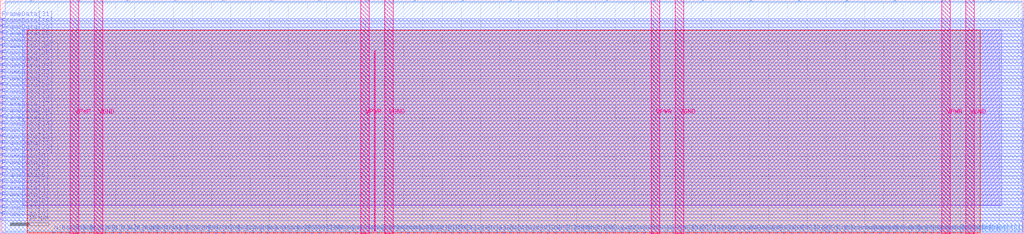
<source format=lef>
VERSION 5.7 ;
  NOWIREEXTENSIONATPIN ON ;
  DIVIDERCHAR "/" ;
  BUSBITCHARS "[]" ;
MACRO N_term_single2
  CLASS BLOCK ;
  FOREIGN N_term_single2 ;
  ORIGIN 0.000 0.000 ;
  SIZE 266.400 BY 60.900 ;
  PIN FrameData[0]
    DIRECTION INPUT ;
    USE SIGNAL ;
    ANTENNAGATEAREA 0.180700 ;
    PORT
      LAYER Metal2 ;
        RECT 0.000 3.580 0.450 3.980 ;
    END
  END FrameData[0]
  PIN FrameData[10]
    DIRECTION INPUT ;
    USE SIGNAL ;
    ANTENNAGATEAREA 1.397500 ;
    ANTENNADIFFAREA 4.030800 ;
    PORT
      LAYER Metal2 ;
        RECT 0.000 20.380 0.450 20.780 ;
    END
  END FrameData[10]
  PIN FrameData[11]
    DIRECTION INPUT ;
    USE SIGNAL ;
    ANTENNAGATEAREA 0.180700 ;
    PORT
      LAYER Metal2 ;
        RECT 0.000 22.060 0.450 22.460 ;
    END
  END FrameData[11]
  PIN FrameData[12]
    DIRECTION INPUT ;
    USE SIGNAL ;
    ANTENNAGATEAREA 0.180700 ;
    PORT
      LAYER Metal2 ;
        RECT 0.000 23.740 0.450 24.140 ;
    END
  END FrameData[12]
  PIN FrameData[13]
    DIRECTION INPUT ;
    USE SIGNAL ;
    ANTENNAGATEAREA 0.180700 ;
    PORT
      LAYER Metal2 ;
        RECT 0.000 25.420 0.450 25.820 ;
    END
  END FrameData[13]
  PIN FrameData[14]
    DIRECTION INPUT ;
    USE SIGNAL ;
    ANTENNAGATEAREA 0.180700 ;
    PORT
      LAYER Metal2 ;
        RECT 0.000 27.100 0.450 27.500 ;
    END
  END FrameData[14]
  PIN FrameData[15]
    DIRECTION INPUT ;
    USE SIGNAL ;
    ANTENNAGATEAREA 0.180700 ;
    PORT
      LAYER Metal2 ;
        RECT 0.000 28.780 0.450 29.180 ;
    END
  END FrameData[15]
  PIN FrameData[16]
    DIRECTION INPUT ;
    USE SIGNAL ;
    ANTENNAGATEAREA 0.180700 ;
    PORT
      LAYER Metal2 ;
        RECT 0.000 30.460 0.450 30.860 ;
    END
  END FrameData[16]
  PIN FrameData[17]
    DIRECTION INPUT ;
    USE SIGNAL ;
    ANTENNAGATEAREA 0.180700 ;
    PORT
      LAYER Metal2 ;
        RECT 0.000 32.140 0.450 32.540 ;
    END
  END FrameData[17]
  PIN FrameData[18]
    DIRECTION INPUT ;
    USE SIGNAL ;
    ANTENNAGATEAREA 0.180700 ;
    PORT
      LAYER Metal2 ;
        RECT 0.000 33.820 0.450 34.220 ;
    END
  END FrameData[18]
  PIN FrameData[19]
    DIRECTION INPUT ;
    USE SIGNAL ;
    ANTENNAGATEAREA 0.180700 ;
    PORT
      LAYER Metal2 ;
        RECT 0.000 35.500 0.450 35.900 ;
    END
  END FrameData[19]
  PIN FrameData[1]
    DIRECTION INPUT ;
    USE SIGNAL ;
    ANTENNAGATEAREA 0.180700 ;
    PORT
      LAYER Metal2 ;
        RECT 0.000 5.260 0.450 5.660 ;
    END
  END FrameData[1]
  PIN FrameData[20]
    DIRECTION INPUT ;
    USE SIGNAL ;
    ANTENNAGATEAREA 0.180700 ;
    PORT
      LAYER Metal2 ;
        RECT 0.000 37.180 0.450 37.580 ;
    END
  END FrameData[20]
  PIN FrameData[21]
    DIRECTION INPUT ;
    USE SIGNAL ;
    ANTENNAGATEAREA 0.180700 ;
    PORT
      LAYER Metal2 ;
        RECT 0.000 38.860 0.450 39.260 ;
    END
  END FrameData[21]
  PIN FrameData[22]
    DIRECTION INPUT ;
    USE SIGNAL ;
    ANTENNAGATEAREA 0.180700 ;
    PORT
      LAYER Metal2 ;
        RECT 0.000 40.540 0.450 40.940 ;
    END
  END FrameData[22]
  PIN FrameData[23]
    DIRECTION INPUT ;
    USE SIGNAL ;
    ANTENNAGATEAREA 0.180700 ;
    PORT
      LAYER Metal2 ;
        RECT 0.000 42.220 0.450 42.620 ;
    END
  END FrameData[23]
  PIN FrameData[24]
    DIRECTION INPUT ;
    USE SIGNAL ;
    ANTENNAGATEAREA 0.180700 ;
    PORT
      LAYER Metal2 ;
        RECT 0.000 43.900 0.450 44.300 ;
    END
  END FrameData[24]
  PIN FrameData[25]
    DIRECTION INPUT ;
    USE SIGNAL ;
    ANTENNAGATEAREA 0.180700 ;
    PORT
      LAYER Metal2 ;
        RECT 0.000 45.580 0.450 45.980 ;
    END
  END FrameData[25]
  PIN FrameData[26]
    DIRECTION INPUT ;
    USE SIGNAL ;
    ANTENNAGATEAREA 0.180700 ;
    PORT
      LAYER Metal2 ;
        RECT 0.000 47.260 0.450 47.660 ;
    END
  END FrameData[26]
  PIN FrameData[27]
    DIRECTION INPUT ;
    USE SIGNAL ;
    ANTENNAGATEAREA 0.180700 ;
    PORT
      LAYER Metal2 ;
        RECT 0.000 48.940 0.450 49.340 ;
    END
  END FrameData[27]
  PIN FrameData[28]
    DIRECTION INPUT ;
    USE SIGNAL ;
    ANTENNAGATEAREA 0.180700 ;
    PORT
      LAYER Metal2 ;
        RECT 0.000 50.620 0.450 51.020 ;
    END
  END FrameData[28]
  PIN FrameData[29]
    DIRECTION INPUT ;
    USE SIGNAL ;
    ANTENNAGATEAREA 0.180700 ;
    PORT
      LAYER Metal2 ;
        RECT 0.000 52.300 0.450 52.700 ;
    END
  END FrameData[29]
  PIN FrameData[2]
    DIRECTION INPUT ;
    USE SIGNAL ;
    ANTENNAGATEAREA 0.180700 ;
    PORT
      LAYER Metal2 ;
        RECT 0.000 6.940 0.450 7.340 ;
    END
  END FrameData[2]
  PIN FrameData[30]
    DIRECTION INPUT ;
    USE SIGNAL ;
    ANTENNAGATEAREA 0.180700 ;
    PORT
      LAYER Metal2 ;
        RECT 0.000 53.980 0.450 54.380 ;
    END
  END FrameData[30]
  PIN FrameData[31]
    DIRECTION INPUT ;
    USE SIGNAL ;
    ANTENNAGATEAREA 0.180700 ;
    PORT
      LAYER Metal2 ;
        RECT 0.000 55.660 0.450 56.060 ;
    END
  END FrameData[31]
  PIN FrameData[3]
    DIRECTION INPUT ;
    USE SIGNAL ;
    ANTENNAGATEAREA 0.180700 ;
    PORT
      LAYER Metal2 ;
        RECT 0.000 8.620 0.450 9.020 ;
    END
  END FrameData[3]
  PIN FrameData[4]
    DIRECTION INPUT ;
    USE SIGNAL ;
    ANTENNAGATEAREA 0.180700 ;
    PORT
      LAYER Metal2 ;
        RECT 0.000 10.300 0.450 10.700 ;
    END
  END FrameData[4]
  PIN FrameData[5]
    DIRECTION INPUT ;
    USE SIGNAL ;
    ANTENNAGATEAREA 6.264700 ;
    ANTENNADIFFAREA 20.153999 ;
    PORT
      LAYER Metal2 ;
        RECT 0.000 11.980 0.450 12.380 ;
    END
  END FrameData[5]
  PIN FrameData[6]
    DIRECTION INPUT ;
    USE SIGNAL ;
    ANTENNAGATEAREA 6.264700 ;
    ANTENNADIFFAREA 20.153999 ;
    PORT
      LAYER Metal2 ;
        RECT 0.000 13.660 0.450 14.060 ;
    END
  END FrameData[6]
  PIN FrameData[7]
    DIRECTION INPUT ;
    USE SIGNAL ;
    ANTENNAGATEAREA 6.264700 ;
    ANTENNADIFFAREA 20.153999 ;
    PORT
      LAYER Metal2 ;
        RECT 0.000 15.340 0.450 15.740 ;
    END
  END FrameData[7]
  PIN FrameData[8]
    DIRECTION INPUT ;
    USE SIGNAL ;
    ANTENNAGATEAREA 0.180700 ;
    PORT
      LAYER Metal2 ;
        RECT 0.000 17.020 0.450 17.420 ;
    END
  END FrameData[8]
  PIN FrameData[9]
    DIRECTION INPUT ;
    USE SIGNAL ;
    ANTENNAGATEAREA 0.180700 ;
    PORT
      LAYER Metal2 ;
        RECT 0.000 18.700 0.450 19.100 ;
    END
  END FrameData[9]
  PIN FrameData_O[0]
    DIRECTION OUTPUT ;
    USE SIGNAL ;
    ANTENNADIFFAREA 0.654800 ;
    PORT
      LAYER Metal2 ;
        RECT 265.950 3.580 266.400 3.980 ;
    END
  END FrameData_O[0]
  PIN FrameData_O[10]
    DIRECTION OUTPUT ;
    USE SIGNAL ;
    ANTENNADIFFAREA 0.654800 ;
    PORT
      LAYER Metal2 ;
        RECT 265.950 20.380 266.400 20.780 ;
    END
  END FrameData_O[10]
  PIN FrameData_O[11]
    DIRECTION OUTPUT ;
    USE SIGNAL ;
    ANTENNADIFFAREA 0.654800 ;
    PORT
      LAYER Metal2 ;
        RECT 265.950 22.060 266.400 22.460 ;
    END
  END FrameData_O[11]
  PIN FrameData_O[12]
    DIRECTION OUTPUT ;
    USE SIGNAL ;
    ANTENNADIFFAREA 0.654800 ;
    PORT
      LAYER Metal2 ;
        RECT 265.950 23.740 266.400 24.140 ;
    END
  END FrameData_O[12]
  PIN FrameData_O[13]
    DIRECTION OUTPUT ;
    USE SIGNAL ;
    ANTENNADIFFAREA 0.654800 ;
    PORT
      LAYER Metal2 ;
        RECT 265.950 25.420 266.400 25.820 ;
    END
  END FrameData_O[13]
  PIN FrameData_O[14]
    DIRECTION OUTPUT ;
    USE SIGNAL ;
    ANTENNADIFFAREA 0.654800 ;
    PORT
      LAYER Metal2 ;
        RECT 265.950 27.100 266.400 27.500 ;
    END
  END FrameData_O[14]
  PIN FrameData_O[15]
    DIRECTION OUTPUT ;
    USE SIGNAL ;
    ANTENNADIFFAREA 0.654800 ;
    PORT
      LAYER Metal2 ;
        RECT 265.950 28.780 266.400 29.180 ;
    END
  END FrameData_O[15]
  PIN FrameData_O[16]
    DIRECTION OUTPUT ;
    USE SIGNAL ;
    ANTENNADIFFAREA 0.654800 ;
    PORT
      LAYER Metal2 ;
        RECT 265.950 30.460 266.400 30.860 ;
    END
  END FrameData_O[16]
  PIN FrameData_O[17]
    DIRECTION OUTPUT ;
    USE SIGNAL ;
    ANTENNADIFFAREA 0.654800 ;
    PORT
      LAYER Metal2 ;
        RECT 265.950 32.140 266.400 32.540 ;
    END
  END FrameData_O[17]
  PIN FrameData_O[18]
    DIRECTION OUTPUT ;
    USE SIGNAL ;
    ANTENNADIFFAREA 0.654800 ;
    PORT
      LAYER Metal2 ;
        RECT 265.950 33.820 266.400 34.220 ;
    END
  END FrameData_O[18]
  PIN FrameData_O[19]
    DIRECTION OUTPUT ;
    USE SIGNAL ;
    ANTENNADIFFAREA 0.654800 ;
    PORT
      LAYER Metal2 ;
        RECT 265.950 35.500 266.400 35.900 ;
    END
  END FrameData_O[19]
  PIN FrameData_O[1]
    DIRECTION OUTPUT ;
    USE SIGNAL ;
    ANTENNADIFFAREA 0.654800 ;
    PORT
      LAYER Metal2 ;
        RECT 265.950 5.260 266.400 5.660 ;
    END
  END FrameData_O[1]
  PIN FrameData_O[20]
    DIRECTION OUTPUT ;
    USE SIGNAL ;
    ANTENNADIFFAREA 0.654800 ;
    PORT
      LAYER Metal2 ;
        RECT 265.950 37.180 266.400 37.580 ;
    END
  END FrameData_O[20]
  PIN FrameData_O[21]
    DIRECTION OUTPUT ;
    USE SIGNAL ;
    ANTENNADIFFAREA 0.654800 ;
    PORT
      LAYER Metal2 ;
        RECT 265.950 38.860 266.400 39.260 ;
    END
  END FrameData_O[21]
  PIN FrameData_O[22]
    DIRECTION OUTPUT ;
    USE SIGNAL ;
    ANTENNADIFFAREA 0.654800 ;
    PORT
      LAYER Metal2 ;
        RECT 265.950 40.540 266.400 40.940 ;
    END
  END FrameData_O[22]
  PIN FrameData_O[23]
    DIRECTION OUTPUT ;
    USE SIGNAL ;
    ANTENNADIFFAREA 0.654800 ;
    PORT
      LAYER Metal2 ;
        RECT 265.950 42.220 266.400 42.620 ;
    END
  END FrameData_O[23]
  PIN FrameData_O[24]
    DIRECTION OUTPUT ;
    USE SIGNAL ;
    ANTENNADIFFAREA 0.654800 ;
    PORT
      LAYER Metal2 ;
        RECT 265.950 43.900 266.400 44.300 ;
    END
  END FrameData_O[24]
  PIN FrameData_O[25]
    DIRECTION OUTPUT ;
    USE SIGNAL ;
    ANTENNADIFFAREA 0.654800 ;
    PORT
      LAYER Metal2 ;
        RECT 265.950 45.580 266.400 45.980 ;
    END
  END FrameData_O[25]
  PIN FrameData_O[26]
    DIRECTION OUTPUT ;
    USE SIGNAL ;
    ANTENNADIFFAREA 0.654800 ;
    PORT
      LAYER Metal2 ;
        RECT 265.950 47.260 266.400 47.660 ;
    END
  END FrameData_O[26]
  PIN FrameData_O[27]
    DIRECTION OUTPUT ;
    USE SIGNAL ;
    ANTENNADIFFAREA 0.654800 ;
    PORT
      LAYER Metal2 ;
        RECT 265.950 48.940 266.400 49.340 ;
    END
  END FrameData_O[27]
  PIN FrameData_O[28]
    DIRECTION OUTPUT ;
    USE SIGNAL ;
    ANTENNADIFFAREA 0.654800 ;
    PORT
      LAYER Metal2 ;
        RECT 265.950 50.620 266.400 51.020 ;
    END
  END FrameData_O[28]
  PIN FrameData_O[29]
    DIRECTION OUTPUT ;
    USE SIGNAL ;
    ANTENNADIFFAREA 0.654800 ;
    PORT
      LAYER Metal2 ;
        RECT 265.950 52.300 266.400 52.700 ;
    END
  END FrameData_O[29]
  PIN FrameData_O[2]
    DIRECTION OUTPUT ;
    USE SIGNAL ;
    ANTENNADIFFAREA 0.654800 ;
    PORT
      LAYER Metal2 ;
        RECT 265.950 6.940 266.400 7.340 ;
    END
  END FrameData_O[2]
  PIN FrameData_O[30]
    DIRECTION OUTPUT ;
    USE SIGNAL ;
    ANTENNADIFFAREA 0.654800 ;
    PORT
      LAYER Metal2 ;
        RECT 265.950 53.980 266.400 54.380 ;
    END
  END FrameData_O[30]
  PIN FrameData_O[31]
    DIRECTION OUTPUT ;
    USE SIGNAL ;
    ANTENNADIFFAREA 0.654800 ;
    PORT
      LAYER Metal2 ;
        RECT 265.950 55.660 266.400 56.060 ;
    END
  END FrameData_O[31]
  PIN FrameData_O[3]
    DIRECTION OUTPUT ;
    USE SIGNAL ;
    ANTENNADIFFAREA 0.654800 ;
    PORT
      LAYER Metal2 ;
        RECT 265.950 8.620 266.400 9.020 ;
    END
  END FrameData_O[3]
  PIN FrameData_O[4]
    DIRECTION OUTPUT ;
    USE SIGNAL ;
    ANTENNADIFFAREA 0.654800 ;
    PORT
      LAYER Metal2 ;
        RECT 265.950 10.300 266.400 10.700 ;
    END
  END FrameData_O[4]
  PIN FrameData_O[5]
    DIRECTION OUTPUT ;
    USE SIGNAL ;
    ANTENNADIFFAREA 0.654800 ;
    PORT
      LAYER Metal2 ;
        RECT 265.950 11.980 266.400 12.380 ;
    END
  END FrameData_O[5]
  PIN FrameData_O[6]
    DIRECTION OUTPUT ;
    USE SIGNAL ;
    ANTENNADIFFAREA 0.654800 ;
    PORT
      LAYER Metal2 ;
        RECT 265.950 13.660 266.400 14.060 ;
    END
  END FrameData_O[6]
  PIN FrameData_O[7]
    DIRECTION OUTPUT ;
    USE SIGNAL ;
    ANTENNADIFFAREA 0.654800 ;
    PORT
      LAYER Metal2 ;
        RECT 265.950 15.340 266.400 15.740 ;
    END
  END FrameData_O[7]
  PIN FrameData_O[8]
    DIRECTION OUTPUT ;
    USE SIGNAL ;
    ANTENNADIFFAREA 0.654800 ;
    PORT
      LAYER Metal2 ;
        RECT 265.950 17.020 266.400 17.420 ;
    END
  END FrameData_O[8]
  PIN FrameData_O[9]
    DIRECTION OUTPUT ;
    USE SIGNAL ;
    ANTENNADIFFAREA 0.654800 ;
    PORT
      LAYER Metal2 ;
        RECT 265.950 18.700 266.400 19.100 ;
    END
  END FrameData_O[9]
  PIN FrameStrobe[0]
    DIRECTION INPUT ;
    USE SIGNAL ;
    ANTENNAGATEAREA 0.180700 ;
    PORT
      LAYER Metal3 ;
        RECT 215.320 0.000 215.720 0.400 ;
    END
  END FrameStrobe[0]
  PIN FrameStrobe[10]
    DIRECTION INPUT ;
    USE SIGNAL ;
    ANTENNAGATEAREA 0.180700 ;
    PORT
      LAYER Metal3 ;
        RECT 234.520 0.000 234.920 0.400 ;
    END
  END FrameStrobe[10]
  PIN FrameStrobe[11]
    DIRECTION INPUT ;
    USE SIGNAL ;
    ANTENNAGATEAREA 0.180700 ;
    PORT
      LAYER Metal3 ;
        RECT 236.440 0.000 236.840 0.400 ;
    END
  END FrameStrobe[11]
  PIN FrameStrobe[12]
    DIRECTION INPUT ;
    USE SIGNAL ;
    ANTENNAGATEAREA 0.180700 ;
    PORT
      LAYER Metal3 ;
        RECT 238.360 0.000 238.760 0.400 ;
    END
  END FrameStrobe[12]
  PIN FrameStrobe[13]
    DIRECTION INPUT ;
    USE SIGNAL ;
    ANTENNAGATEAREA 0.180700 ;
    PORT
      LAYER Metal3 ;
        RECT 240.280 0.000 240.680 0.400 ;
    END
  END FrameStrobe[13]
  PIN FrameStrobe[14]
    DIRECTION INPUT ;
    USE SIGNAL ;
    ANTENNAGATEAREA 0.180700 ;
    PORT
      LAYER Metal3 ;
        RECT 242.200 0.000 242.600 0.400 ;
    END
  END FrameStrobe[14]
  PIN FrameStrobe[15]
    DIRECTION INPUT ;
    USE SIGNAL ;
    ANTENNAGATEAREA 0.180700 ;
    PORT
      LAYER Metal3 ;
        RECT 244.120 0.000 244.520 0.400 ;
    END
  END FrameStrobe[15]
  PIN FrameStrobe[16]
    DIRECTION INPUT ;
    USE SIGNAL ;
    ANTENNAGATEAREA 0.180700 ;
    PORT
      LAYER Metal3 ;
        RECT 246.040 0.000 246.440 0.400 ;
    END
  END FrameStrobe[16]
  PIN FrameStrobe[17]
    DIRECTION INPUT ;
    USE SIGNAL ;
    ANTENNAGATEAREA 0.180700 ;
    PORT
      LAYER Metal3 ;
        RECT 247.960 0.000 248.360 0.400 ;
    END
  END FrameStrobe[17]
  PIN FrameStrobe[18]
    DIRECTION INPUT ;
    USE SIGNAL ;
    ANTENNAGATEAREA 0.180700 ;
    PORT
      LAYER Metal3 ;
        RECT 249.880 0.000 250.280 0.400 ;
    END
  END FrameStrobe[18]
  PIN FrameStrobe[19]
    DIRECTION INPUT ;
    USE SIGNAL ;
    ANTENNAGATEAREA 0.180700 ;
    PORT
      LAYER Metal3 ;
        RECT 251.800 0.000 252.200 0.400 ;
    END
  END FrameStrobe[19]
  PIN FrameStrobe[1]
    DIRECTION INPUT ;
    USE SIGNAL ;
    ANTENNAGATEAREA 0.180700 ;
    PORT
      LAYER Metal3 ;
        RECT 217.240 0.000 217.640 0.400 ;
    END
  END FrameStrobe[1]
  PIN FrameStrobe[2]
    DIRECTION INPUT ;
    USE SIGNAL ;
    ANTENNAGATEAREA 0.180700 ;
    PORT
      LAYER Metal3 ;
        RECT 219.160 0.000 219.560 0.400 ;
    END
  END FrameStrobe[2]
  PIN FrameStrobe[3]
    DIRECTION INPUT ;
    USE SIGNAL ;
    ANTENNAGATEAREA 0.789100 ;
    ANTENNADIFFAREA 2.015400 ;
    PORT
      LAYER Metal3 ;
        RECT 221.080 0.000 221.480 0.400 ;
    END
  END FrameStrobe[3]
  PIN FrameStrobe[4]
    DIRECTION INPUT ;
    USE SIGNAL ;
    ANTENNAGATEAREA 0.789100 ;
    ANTENNADIFFAREA 2.015400 ;
    PORT
      LAYER Metal3 ;
        RECT 223.000 0.000 223.400 0.400 ;
    END
  END FrameStrobe[4]
  PIN FrameStrobe[5]
    DIRECTION INPUT ;
    USE SIGNAL ;
    ANTENNAGATEAREA 0.180700 ;
    PORT
      LAYER Metal3 ;
        RECT 224.920 0.000 225.320 0.400 ;
    END
  END FrameStrobe[5]
  PIN FrameStrobe[6]
    DIRECTION INPUT ;
    USE SIGNAL ;
    ANTENNAGATEAREA 0.180700 ;
    PORT
      LAYER Metal3 ;
        RECT 226.840 0.000 227.240 0.400 ;
    END
  END FrameStrobe[6]
  PIN FrameStrobe[7]
    DIRECTION INPUT ;
    USE SIGNAL ;
    ANTENNAGATEAREA 0.180700 ;
    PORT
      LAYER Metal3 ;
        RECT 228.760 0.000 229.160 0.400 ;
    END
  END FrameStrobe[7]
  PIN FrameStrobe[8]
    DIRECTION INPUT ;
    USE SIGNAL ;
    ANTENNAGATEAREA 0.180700 ;
    PORT
      LAYER Metal3 ;
        RECT 230.680 0.000 231.080 0.400 ;
    END
  END FrameStrobe[8]
  PIN FrameStrobe[9]
    DIRECTION INPUT ;
    USE SIGNAL ;
    ANTENNAGATEAREA 0.180700 ;
    PORT
      LAYER Metal3 ;
        RECT 232.600 0.000 233.000 0.400 ;
    END
  END FrameStrobe[9]
  PIN FrameStrobe_O[0]
    DIRECTION OUTPUT ;
    USE SIGNAL ;
    ANTENNADIFFAREA 0.654800 ;
    PORT
      LAYER Metal3 ;
        RECT 20.440 60.500 20.840 60.900 ;
    END
  END FrameStrobe_O[0]
  PIN FrameStrobe_O[10]
    DIRECTION OUTPUT ;
    USE SIGNAL ;
    ANTENNADIFFAREA 0.654800 ;
    PORT
      LAYER Metal3 ;
        RECT 145.240 60.500 145.640 60.900 ;
    END
  END FrameStrobe_O[10]
  PIN FrameStrobe_O[11]
    DIRECTION OUTPUT ;
    USE SIGNAL ;
    ANTENNADIFFAREA 0.654800 ;
    PORT
      LAYER Metal3 ;
        RECT 157.720 60.500 158.120 60.900 ;
    END
  END FrameStrobe_O[11]
  PIN FrameStrobe_O[12]
    DIRECTION OUTPUT ;
    USE SIGNAL ;
    ANTENNADIFFAREA 0.654800 ;
    PORT
      LAYER Metal3 ;
        RECT 170.200 60.500 170.600 60.900 ;
    END
  END FrameStrobe_O[12]
  PIN FrameStrobe_O[13]
    DIRECTION OUTPUT ;
    USE SIGNAL ;
    ANTENNADIFFAREA 0.654800 ;
    PORT
      LAYER Metal3 ;
        RECT 182.680 60.500 183.080 60.900 ;
    END
  END FrameStrobe_O[13]
  PIN FrameStrobe_O[14]
    DIRECTION OUTPUT ;
    USE SIGNAL ;
    ANTENNADIFFAREA 0.654800 ;
    PORT
      LAYER Metal3 ;
        RECT 195.160 60.500 195.560 60.900 ;
    END
  END FrameStrobe_O[14]
  PIN FrameStrobe_O[15]
    DIRECTION OUTPUT ;
    USE SIGNAL ;
    ANTENNADIFFAREA 0.654800 ;
    PORT
      LAYER Metal3 ;
        RECT 207.640 60.500 208.040 60.900 ;
    END
  END FrameStrobe_O[15]
  PIN FrameStrobe_O[16]
    DIRECTION OUTPUT ;
    USE SIGNAL ;
    ANTENNADIFFAREA 0.654800 ;
    PORT
      LAYER Metal3 ;
        RECT 220.120 60.500 220.520 60.900 ;
    END
  END FrameStrobe_O[16]
  PIN FrameStrobe_O[17]
    DIRECTION OUTPUT ;
    USE SIGNAL ;
    ANTENNADIFFAREA 0.654800 ;
    PORT
      LAYER Metal3 ;
        RECT 232.600 60.500 233.000 60.900 ;
    END
  END FrameStrobe_O[17]
  PIN FrameStrobe_O[18]
    DIRECTION OUTPUT ;
    USE SIGNAL ;
    ANTENNADIFFAREA 0.654800 ;
    PORT
      LAYER Metal3 ;
        RECT 245.080 60.500 245.480 60.900 ;
    END
  END FrameStrobe_O[18]
  PIN FrameStrobe_O[19]
    DIRECTION OUTPUT ;
    USE SIGNAL ;
    ANTENNADIFFAREA 0.654800 ;
    PORT
      LAYER Metal3 ;
        RECT 257.560 60.500 257.960 60.900 ;
    END
  END FrameStrobe_O[19]
  PIN FrameStrobe_O[1]
    DIRECTION OUTPUT ;
    USE SIGNAL ;
    ANTENNADIFFAREA 0.654800 ;
    PORT
      LAYER Metal3 ;
        RECT 32.920 60.500 33.320 60.900 ;
    END
  END FrameStrobe_O[1]
  PIN FrameStrobe_O[2]
    DIRECTION OUTPUT ;
    USE SIGNAL ;
    ANTENNADIFFAREA 0.654800 ;
    PORT
      LAYER Metal3 ;
        RECT 45.400 60.500 45.800 60.900 ;
    END
  END FrameStrobe_O[2]
  PIN FrameStrobe_O[3]
    DIRECTION OUTPUT ;
    USE SIGNAL ;
    ANTENNADIFFAREA 0.654800 ;
    PORT
      LAYER Metal3 ;
        RECT 57.880 60.500 58.280 60.900 ;
    END
  END FrameStrobe_O[3]
  PIN FrameStrobe_O[4]
    DIRECTION OUTPUT ;
    USE SIGNAL ;
    ANTENNADIFFAREA 0.654800 ;
    PORT
      LAYER Metal3 ;
        RECT 70.360 60.500 70.760 60.900 ;
    END
  END FrameStrobe_O[4]
  PIN FrameStrobe_O[5]
    DIRECTION OUTPUT ;
    USE SIGNAL ;
    ANTENNADIFFAREA 0.654800 ;
    PORT
      LAYER Metal3 ;
        RECT 82.840 60.500 83.240 60.900 ;
    END
  END FrameStrobe_O[5]
  PIN FrameStrobe_O[6]
    DIRECTION OUTPUT ;
    USE SIGNAL ;
    ANTENNADIFFAREA 0.654800 ;
    PORT
      LAYER Metal3 ;
        RECT 95.320 60.500 95.720 60.900 ;
    END
  END FrameStrobe_O[6]
  PIN FrameStrobe_O[7]
    DIRECTION OUTPUT ;
    USE SIGNAL ;
    ANTENNADIFFAREA 0.654800 ;
    PORT
      LAYER Metal3 ;
        RECT 107.800 60.500 108.200 60.900 ;
    END
  END FrameStrobe_O[7]
  PIN FrameStrobe_O[8]
    DIRECTION OUTPUT ;
    USE SIGNAL ;
    ANTENNADIFFAREA 0.654800 ;
    PORT
      LAYER Metal3 ;
        RECT 120.280 60.500 120.680 60.900 ;
    END
  END FrameStrobe_O[8]
  PIN FrameStrobe_O[9]
    DIRECTION OUTPUT ;
    USE SIGNAL ;
    ANTENNADIFFAREA 0.654800 ;
    PORT
      LAYER Metal3 ;
        RECT 132.760 60.500 133.160 60.900 ;
    END
  END FrameStrobe_O[9]
  PIN N1END[0]
    DIRECTION INPUT ;
    USE SIGNAL ;
    ANTENNAGATEAREA 0.180700 ;
    PORT
      LAYER Metal3 ;
        RECT 13.720 0.000 14.120 0.400 ;
    END
  END N1END[0]
  PIN N1END[1]
    DIRECTION INPUT ;
    USE SIGNAL ;
    ANTENNAGATEAREA 0.180700 ;
    PORT
      LAYER Metal3 ;
        RECT 15.640 0.000 16.040 0.400 ;
    END
  END N1END[1]
  PIN N1END[2]
    DIRECTION INPUT ;
    USE SIGNAL ;
    ANTENNAGATEAREA 0.180700 ;
    PORT
      LAYER Metal3 ;
        RECT 17.560 0.000 17.960 0.400 ;
    END
  END N1END[2]
  PIN N1END[3]
    DIRECTION INPUT ;
    USE SIGNAL ;
    ANTENNAGATEAREA 0.180700 ;
    PORT
      LAYER Metal3 ;
        RECT 19.480 0.000 19.880 0.400 ;
    END
  END N1END[3]
  PIN N2END[0]
    DIRECTION INPUT ;
    USE SIGNAL ;
    ANTENNAGATEAREA 0.180700 ;
    PORT
      LAYER Metal3 ;
        RECT 36.760 0.000 37.160 0.400 ;
    END
  END N2END[0]
  PIN N2END[1]
    DIRECTION INPUT ;
    USE SIGNAL ;
    ANTENNAGATEAREA 0.180700 ;
    PORT
      LAYER Metal3 ;
        RECT 38.680 0.000 39.080 0.400 ;
    END
  END N2END[1]
  PIN N2END[2]
    DIRECTION INPUT ;
    USE SIGNAL ;
    ANTENNAGATEAREA 0.180700 ;
    PORT
      LAYER Metal3 ;
        RECT 40.600 0.000 41.000 0.400 ;
    END
  END N2END[2]
  PIN N2END[3]
    DIRECTION INPUT ;
    USE SIGNAL ;
    ANTENNAGATEAREA 0.180700 ;
    PORT
      LAYER Metal3 ;
        RECT 42.520 0.000 42.920 0.400 ;
    END
  END N2END[3]
  PIN N2END[4]
    DIRECTION INPUT ;
    USE SIGNAL ;
    ANTENNAGATEAREA 0.180700 ;
    PORT
      LAYER Metal3 ;
        RECT 44.440 0.000 44.840 0.400 ;
    END
  END N2END[4]
  PIN N2END[5]
    DIRECTION INPUT ;
    USE SIGNAL ;
    ANTENNAGATEAREA 0.180700 ;
    PORT
      LAYER Metal3 ;
        RECT 46.360 0.000 46.760 0.400 ;
    END
  END N2END[5]
  PIN N2END[6]
    DIRECTION INPUT ;
    USE SIGNAL ;
    ANTENNAGATEAREA 0.180700 ;
    PORT
      LAYER Metal3 ;
        RECT 48.280 0.000 48.680 0.400 ;
    END
  END N2END[6]
  PIN N2END[7]
    DIRECTION INPUT ;
    USE SIGNAL ;
    ANTENNAGATEAREA 0.180700 ;
    PORT
      LAYER Metal3 ;
        RECT 50.200 0.000 50.600 0.400 ;
    END
  END N2END[7]
  PIN N2MID[0]
    DIRECTION INPUT ;
    USE SIGNAL ;
    ANTENNAGATEAREA 0.180700 ;
    PORT
      LAYER Metal3 ;
        RECT 21.400 0.000 21.800 0.400 ;
    END
  END N2MID[0]
  PIN N2MID[1]
    DIRECTION INPUT ;
    USE SIGNAL ;
    ANTENNAGATEAREA 0.180700 ;
    PORT
      LAYER Metal3 ;
        RECT 23.320 0.000 23.720 0.400 ;
    END
  END N2MID[1]
  PIN N2MID[2]
    DIRECTION INPUT ;
    USE SIGNAL ;
    ANTENNAGATEAREA 0.180700 ;
    PORT
      LAYER Metal3 ;
        RECT 25.240 0.000 25.640 0.400 ;
    END
  END N2MID[2]
  PIN N2MID[3]
    DIRECTION INPUT ;
    USE SIGNAL ;
    ANTENNAGATEAREA 0.180700 ;
    PORT
      LAYER Metal3 ;
        RECT 27.160 0.000 27.560 0.400 ;
    END
  END N2MID[3]
  PIN N2MID[4]
    DIRECTION INPUT ;
    USE SIGNAL ;
    ANTENNAGATEAREA 0.180700 ;
    PORT
      LAYER Metal3 ;
        RECT 29.080 0.000 29.480 0.400 ;
    END
  END N2MID[4]
  PIN N2MID[5]
    DIRECTION INPUT ;
    USE SIGNAL ;
    ANTENNAGATEAREA 0.180700 ;
    PORT
      LAYER Metal3 ;
        RECT 31.000 0.000 31.400 0.400 ;
    END
  END N2MID[5]
  PIN N2MID[6]
    DIRECTION INPUT ;
    USE SIGNAL ;
    ANTENNAGATEAREA 0.180700 ;
    PORT
      LAYER Metal3 ;
        RECT 32.920 0.000 33.320 0.400 ;
    END
  END N2MID[6]
  PIN N2MID[7]
    DIRECTION INPUT ;
    USE SIGNAL ;
    ANTENNAGATEAREA 0.180700 ;
    PORT
      LAYER Metal3 ;
        RECT 34.840 0.000 35.240 0.400 ;
    END
  END N2MID[7]
  PIN N4END[0]
    DIRECTION INPUT ;
    USE SIGNAL ;
    ANTENNAGATEAREA 0.180700 ;
    PORT
      LAYER Metal3 ;
        RECT 52.120 0.000 52.520 0.400 ;
    END
  END N4END[0]
  PIN N4END[10]
    DIRECTION INPUT ;
    USE SIGNAL ;
    ANTENNAGATEAREA 0.180700 ;
    PORT
      LAYER Metal3 ;
        RECT 71.320 0.000 71.720 0.400 ;
    END
  END N4END[10]
  PIN N4END[11]
    DIRECTION INPUT ;
    USE SIGNAL ;
    ANTENNAGATEAREA 0.180700 ;
    PORT
      LAYER Metal3 ;
        RECT 73.240 0.000 73.640 0.400 ;
    END
  END N4END[11]
  PIN N4END[12]
    DIRECTION INPUT ;
    USE SIGNAL ;
    ANTENNAGATEAREA 0.180700 ;
    PORT
      LAYER Metal3 ;
        RECT 75.160 0.000 75.560 0.400 ;
    END
  END N4END[12]
  PIN N4END[13]
    DIRECTION INPUT ;
    USE SIGNAL ;
    ANTENNAGATEAREA 0.180700 ;
    PORT
      LAYER Metal3 ;
        RECT 77.080 0.000 77.480 0.400 ;
    END
  END N4END[13]
  PIN N4END[14]
    DIRECTION INPUT ;
    USE SIGNAL ;
    ANTENNAGATEAREA 0.180700 ;
    PORT
      LAYER Metal3 ;
        RECT 79.000 0.000 79.400 0.400 ;
    END
  END N4END[14]
  PIN N4END[15]
    DIRECTION INPUT ;
    USE SIGNAL ;
    ANTENNAGATEAREA 0.180700 ;
    PORT
      LAYER Metal3 ;
        RECT 80.920 0.000 81.320 0.400 ;
    END
  END N4END[15]
  PIN N4END[1]
    DIRECTION INPUT ;
    USE SIGNAL ;
    ANTENNAGATEAREA 0.180700 ;
    PORT
      LAYER Metal3 ;
        RECT 54.040 0.000 54.440 0.400 ;
    END
  END N4END[1]
  PIN N4END[2]
    DIRECTION INPUT ;
    USE SIGNAL ;
    ANTENNAGATEAREA 0.180700 ;
    PORT
      LAYER Metal3 ;
        RECT 55.960 0.000 56.360 0.400 ;
    END
  END N4END[2]
  PIN N4END[3]
    DIRECTION INPUT ;
    USE SIGNAL ;
    ANTENNAGATEAREA 0.180700 ;
    PORT
      LAYER Metal3 ;
        RECT 57.880 0.000 58.280 0.400 ;
    END
  END N4END[3]
  PIN N4END[4]
    DIRECTION INPUT ;
    USE SIGNAL ;
    ANTENNAGATEAREA 0.180700 ;
    PORT
      LAYER Metal3 ;
        RECT 59.800 0.000 60.200 0.400 ;
    END
  END N4END[4]
  PIN N4END[5]
    DIRECTION INPUT ;
    USE SIGNAL ;
    ANTENNAGATEAREA 0.180700 ;
    PORT
      LAYER Metal3 ;
        RECT 61.720 0.000 62.120 0.400 ;
    END
  END N4END[5]
  PIN N4END[6]
    DIRECTION INPUT ;
    USE SIGNAL ;
    ANTENNAGATEAREA 0.180700 ;
    PORT
      LAYER Metal3 ;
        RECT 63.640 0.000 64.040 0.400 ;
    END
  END N4END[6]
  PIN N4END[7]
    DIRECTION INPUT ;
    USE SIGNAL ;
    ANTENNAGATEAREA 0.180700 ;
    PORT
      LAYER Metal3 ;
        RECT 65.560 0.000 65.960 0.400 ;
    END
  END N4END[7]
  PIN N4END[8]
    DIRECTION INPUT ;
    USE SIGNAL ;
    ANTENNAGATEAREA 0.180700 ;
    PORT
      LAYER Metal3 ;
        RECT 67.480 0.000 67.880 0.400 ;
    END
  END N4END[8]
  PIN N4END[9]
    DIRECTION INPUT ;
    USE SIGNAL ;
    ANTENNAGATEAREA 0.180700 ;
    PORT
      LAYER Metal3 ;
        RECT 69.400 0.000 69.800 0.400 ;
    END
  END N4END[9]
  PIN NN4END[0]
    DIRECTION INPUT ;
    USE SIGNAL ;
    ANTENNAGATEAREA 0.180700 ;
    PORT
      LAYER Metal3 ;
        RECT 82.840 0.000 83.240 0.400 ;
    END
  END NN4END[0]
  PIN NN4END[10]
    DIRECTION INPUT ;
    USE SIGNAL ;
    ANTENNAGATEAREA 0.180700 ;
    PORT
      LAYER Metal3 ;
        RECT 102.040 0.000 102.440 0.400 ;
    END
  END NN4END[10]
  PIN NN4END[11]
    DIRECTION INPUT ;
    USE SIGNAL ;
    ANTENNAGATEAREA 0.180700 ;
    PORT
      LAYER Metal3 ;
        RECT 103.960 0.000 104.360 0.400 ;
    END
  END NN4END[11]
  PIN NN4END[12]
    DIRECTION INPUT ;
    USE SIGNAL ;
    ANTENNAGATEAREA 0.180700 ;
    PORT
      LAYER Metal3 ;
        RECT 105.880 0.000 106.280 0.400 ;
    END
  END NN4END[12]
  PIN NN4END[13]
    DIRECTION INPUT ;
    USE SIGNAL ;
    ANTENNAGATEAREA 0.180700 ;
    PORT
      LAYER Metal3 ;
        RECT 107.800 0.000 108.200 0.400 ;
    END
  END NN4END[13]
  PIN NN4END[14]
    DIRECTION INPUT ;
    USE SIGNAL ;
    ANTENNAGATEAREA 0.180700 ;
    PORT
      LAYER Metal3 ;
        RECT 109.720 0.000 110.120 0.400 ;
    END
  END NN4END[14]
  PIN NN4END[15]
    DIRECTION INPUT ;
    USE SIGNAL ;
    ANTENNAGATEAREA 0.180700 ;
    PORT
      LAYER Metal3 ;
        RECT 111.640 0.000 112.040 0.400 ;
    END
  END NN4END[15]
  PIN NN4END[1]
    DIRECTION INPUT ;
    USE SIGNAL ;
    ANTENNAGATEAREA 0.180700 ;
    PORT
      LAYER Metal3 ;
        RECT 84.760 0.000 85.160 0.400 ;
    END
  END NN4END[1]
  PIN NN4END[2]
    DIRECTION INPUT ;
    USE SIGNAL ;
    ANTENNAGATEAREA 0.180700 ;
    PORT
      LAYER Metal3 ;
        RECT 86.680 0.000 87.080 0.400 ;
    END
  END NN4END[2]
  PIN NN4END[3]
    DIRECTION INPUT ;
    USE SIGNAL ;
    ANTENNAGATEAREA 0.180700 ;
    PORT
      LAYER Metal3 ;
        RECT 88.600 0.000 89.000 0.400 ;
    END
  END NN4END[3]
  PIN NN4END[4]
    DIRECTION INPUT ;
    USE SIGNAL ;
    ANTENNAGATEAREA 0.180700 ;
    PORT
      LAYER Metal3 ;
        RECT 90.520 0.000 90.920 0.400 ;
    END
  END NN4END[4]
  PIN NN4END[5]
    DIRECTION INPUT ;
    USE SIGNAL ;
    ANTENNAGATEAREA 0.180700 ;
    PORT
      LAYER Metal3 ;
        RECT 92.440 0.000 92.840 0.400 ;
    END
  END NN4END[5]
  PIN NN4END[6]
    DIRECTION INPUT ;
    USE SIGNAL ;
    ANTENNAGATEAREA 0.180700 ;
    PORT
      LAYER Metal3 ;
        RECT 94.360 0.000 94.760 0.400 ;
    END
  END NN4END[6]
  PIN NN4END[7]
    DIRECTION INPUT ;
    USE SIGNAL ;
    ANTENNAGATEAREA 0.180700 ;
    PORT
      LAYER Metal3 ;
        RECT 96.280 0.000 96.680 0.400 ;
    END
  END NN4END[7]
  PIN NN4END[8]
    DIRECTION INPUT ;
    USE SIGNAL ;
    ANTENNAGATEAREA 0.180700 ;
    PORT
      LAYER Metal3 ;
        RECT 98.200 0.000 98.600 0.400 ;
    END
  END NN4END[8]
  PIN NN4END[9]
    DIRECTION INPUT ;
    USE SIGNAL ;
    ANTENNAGATEAREA 0.180700 ;
    PORT
      LAYER Metal3 ;
        RECT 100.120 0.000 100.520 0.400 ;
    END
  END NN4END[9]
  PIN S1BEG[0]
    DIRECTION OUTPUT ;
    USE SIGNAL ;
    ANTENNADIFFAREA 0.654800 ;
    PORT
      LAYER Metal3 ;
        RECT 113.560 0.000 113.960 0.400 ;
    END
  END S1BEG[0]
  PIN S1BEG[1]
    DIRECTION OUTPUT ;
    USE SIGNAL ;
    ANTENNADIFFAREA 0.654800 ;
    PORT
      LAYER Metal3 ;
        RECT 115.480 0.000 115.880 0.400 ;
    END
  END S1BEG[1]
  PIN S1BEG[2]
    DIRECTION OUTPUT ;
    USE SIGNAL ;
    ANTENNADIFFAREA 0.654800 ;
    PORT
      LAYER Metal3 ;
        RECT 117.400 0.000 117.800 0.400 ;
    END
  END S1BEG[2]
  PIN S1BEG[3]
    DIRECTION OUTPUT ;
    USE SIGNAL ;
    ANTENNADIFFAREA 0.654800 ;
    PORT
      LAYER Metal3 ;
        RECT 119.320 0.000 119.720 0.400 ;
    END
  END S1BEG[3]
  PIN S2BEG[0]
    DIRECTION OUTPUT ;
    USE SIGNAL ;
    ANTENNADIFFAREA 0.654800 ;
    PORT
      LAYER Metal3 ;
        RECT 121.240 0.000 121.640 0.400 ;
    END
  END S2BEG[0]
  PIN S2BEG[1]
    DIRECTION OUTPUT ;
    USE SIGNAL ;
    ANTENNADIFFAREA 0.654800 ;
    PORT
      LAYER Metal3 ;
        RECT 123.160 0.000 123.560 0.400 ;
    END
  END S2BEG[1]
  PIN S2BEG[2]
    DIRECTION OUTPUT ;
    USE SIGNAL ;
    ANTENNADIFFAREA 0.654800 ;
    PORT
      LAYER Metal3 ;
        RECT 125.080 0.000 125.480 0.400 ;
    END
  END S2BEG[2]
  PIN S2BEG[3]
    DIRECTION OUTPUT ;
    USE SIGNAL ;
    ANTENNADIFFAREA 0.654800 ;
    PORT
      LAYER Metal3 ;
        RECT 127.000 0.000 127.400 0.400 ;
    END
  END S2BEG[3]
  PIN S2BEG[4]
    DIRECTION OUTPUT ;
    USE SIGNAL ;
    ANTENNADIFFAREA 0.654800 ;
    PORT
      LAYER Metal3 ;
        RECT 128.920 0.000 129.320 0.400 ;
    END
  END S2BEG[4]
  PIN S2BEG[5]
    DIRECTION OUTPUT ;
    USE SIGNAL ;
    ANTENNADIFFAREA 0.654800 ;
    PORT
      LAYER Metal3 ;
        RECT 130.840 0.000 131.240 0.400 ;
    END
  END S2BEG[5]
  PIN S2BEG[6]
    DIRECTION OUTPUT ;
    USE SIGNAL ;
    ANTENNADIFFAREA 0.654800 ;
    PORT
      LAYER Metal3 ;
        RECT 132.760 0.000 133.160 0.400 ;
    END
  END S2BEG[6]
  PIN S2BEG[7]
    DIRECTION OUTPUT ;
    USE SIGNAL ;
    ANTENNADIFFAREA 0.654800 ;
    PORT
      LAYER Metal3 ;
        RECT 134.680 0.000 135.080 0.400 ;
    END
  END S2BEG[7]
  PIN S2BEGb[0]
    DIRECTION OUTPUT ;
    USE SIGNAL ;
    ANTENNADIFFAREA 0.654800 ;
    PORT
      LAYER Metal3 ;
        RECT 136.600 0.000 137.000 0.400 ;
    END
  END S2BEGb[0]
  PIN S2BEGb[1]
    DIRECTION OUTPUT ;
    USE SIGNAL ;
    ANTENNADIFFAREA 0.654800 ;
    PORT
      LAYER Metal3 ;
        RECT 138.520 0.000 138.920 0.400 ;
    END
  END S2BEGb[1]
  PIN S2BEGb[2]
    DIRECTION OUTPUT ;
    USE SIGNAL ;
    ANTENNADIFFAREA 0.654800 ;
    PORT
      LAYER Metal3 ;
        RECT 140.440 0.000 140.840 0.400 ;
    END
  END S2BEGb[2]
  PIN S2BEGb[3]
    DIRECTION OUTPUT ;
    USE SIGNAL ;
    ANTENNADIFFAREA 0.654800 ;
    PORT
      LAYER Metal3 ;
        RECT 142.360 0.000 142.760 0.400 ;
    END
  END S2BEGb[3]
  PIN S2BEGb[4]
    DIRECTION OUTPUT ;
    USE SIGNAL ;
    ANTENNADIFFAREA 0.654800 ;
    PORT
      LAYER Metal3 ;
        RECT 144.280 0.000 144.680 0.400 ;
    END
  END S2BEGb[4]
  PIN S2BEGb[5]
    DIRECTION OUTPUT ;
    USE SIGNAL ;
    ANTENNADIFFAREA 0.654800 ;
    PORT
      LAYER Metal3 ;
        RECT 146.200 0.000 146.600 0.400 ;
    END
  END S2BEGb[5]
  PIN S2BEGb[6]
    DIRECTION OUTPUT ;
    USE SIGNAL ;
    ANTENNADIFFAREA 0.654800 ;
    PORT
      LAYER Metal3 ;
        RECT 148.120 0.000 148.520 0.400 ;
    END
  END S2BEGb[6]
  PIN S2BEGb[7]
    DIRECTION OUTPUT ;
    USE SIGNAL ;
    ANTENNADIFFAREA 0.654800 ;
    PORT
      LAYER Metal3 ;
        RECT 150.040 0.000 150.440 0.400 ;
    END
  END S2BEGb[7]
  PIN S4BEG[0]
    DIRECTION OUTPUT ;
    USE SIGNAL ;
    ANTENNADIFFAREA 0.654800 ;
    PORT
      LAYER Metal3 ;
        RECT 151.960 0.000 152.360 0.400 ;
    END
  END S4BEG[0]
  PIN S4BEG[10]
    DIRECTION OUTPUT ;
    USE SIGNAL ;
    ANTENNADIFFAREA 0.654800 ;
    PORT
      LAYER Metal3 ;
        RECT 171.160 0.000 171.560 0.400 ;
    END
  END S4BEG[10]
  PIN S4BEG[11]
    DIRECTION OUTPUT ;
    USE SIGNAL ;
    ANTENNADIFFAREA 0.654800 ;
    PORT
      LAYER Metal3 ;
        RECT 173.080 0.000 173.480 0.400 ;
    END
  END S4BEG[11]
  PIN S4BEG[12]
    DIRECTION OUTPUT ;
    USE SIGNAL ;
    ANTENNADIFFAREA 0.654800 ;
    PORT
      LAYER Metal3 ;
        RECT 175.000 0.000 175.400 0.400 ;
    END
  END S4BEG[12]
  PIN S4BEG[13]
    DIRECTION OUTPUT ;
    USE SIGNAL ;
    ANTENNADIFFAREA 0.654800 ;
    PORT
      LAYER Metal3 ;
        RECT 176.920 0.000 177.320 0.400 ;
    END
  END S4BEG[13]
  PIN S4BEG[14]
    DIRECTION OUTPUT ;
    USE SIGNAL ;
    ANTENNADIFFAREA 0.654800 ;
    PORT
      LAYER Metal3 ;
        RECT 178.840 0.000 179.240 0.400 ;
    END
  END S4BEG[14]
  PIN S4BEG[15]
    DIRECTION OUTPUT ;
    USE SIGNAL ;
    ANTENNADIFFAREA 0.654800 ;
    PORT
      LAYER Metal3 ;
        RECT 180.760 0.000 181.160 0.400 ;
    END
  END S4BEG[15]
  PIN S4BEG[1]
    DIRECTION OUTPUT ;
    USE SIGNAL ;
    ANTENNADIFFAREA 0.654800 ;
    PORT
      LAYER Metal3 ;
        RECT 153.880 0.000 154.280 0.400 ;
    END
  END S4BEG[1]
  PIN S4BEG[2]
    DIRECTION OUTPUT ;
    USE SIGNAL ;
    ANTENNADIFFAREA 0.654800 ;
    PORT
      LAYER Metal3 ;
        RECT 155.800 0.000 156.200 0.400 ;
    END
  END S4BEG[2]
  PIN S4BEG[3]
    DIRECTION OUTPUT ;
    USE SIGNAL ;
    ANTENNADIFFAREA 0.654800 ;
    PORT
      LAYER Metal3 ;
        RECT 157.720 0.000 158.120 0.400 ;
    END
  END S4BEG[3]
  PIN S4BEG[4]
    DIRECTION OUTPUT ;
    USE SIGNAL ;
    ANTENNADIFFAREA 0.654800 ;
    PORT
      LAYER Metal3 ;
        RECT 159.640 0.000 160.040 0.400 ;
    END
  END S4BEG[4]
  PIN S4BEG[5]
    DIRECTION OUTPUT ;
    USE SIGNAL ;
    ANTENNADIFFAREA 0.654800 ;
    PORT
      LAYER Metal3 ;
        RECT 161.560 0.000 161.960 0.400 ;
    END
  END S4BEG[5]
  PIN S4BEG[6]
    DIRECTION OUTPUT ;
    USE SIGNAL ;
    ANTENNADIFFAREA 0.654800 ;
    PORT
      LAYER Metal3 ;
        RECT 163.480 0.000 163.880 0.400 ;
    END
  END S4BEG[6]
  PIN S4BEG[7]
    DIRECTION OUTPUT ;
    USE SIGNAL ;
    ANTENNADIFFAREA 0.654800 ;
    PORT
      LAYER Metal3 ;
        RECT 165.400 0.000 165.800 0.400 ;
    END
  END S4BEG[7]
  PIN S4BEG[8]
    DIRECTION OUTPUT ;
    USE SIGNAL ;
    ANTENNADIFFAREA 0.654800 ;
    PORT
      LAYER Metal3 ;
        RECT 167.320 0.000 167.720 0.400 ;
    END
  END S4BEG[8]
  PIN S4BEG[9]
    DIRECTION OUTPUT ;
    USE SIGNAL ;
    ANTENNADIFFAREA 0.654800 ;
    PORT
      LAYER Metal3 ;
        RECT 169.240 0.000 169.640 0.400 ;
    END
  END S4BEG[9]
  PIN SS4BEG[0]
    DIRECTION OUTPUT ;
    USE SIGNAL ;
    ANTENNADIFFAREA 0.654800 ;
    PORT
      LAYER Metal3 ;
        RECT 182.680 0.000 183.080 0.400 ;
    END
  END SS4BEG[0]
  PIN SS4BEG[10]
    DIRECTION OUTPUT ;
    USE SIGNAL ;
    ANTENNADIFFAREA 0.654800 ;
    PORT
      LAYER Metal3 ;
        RECT 201.880 0.000 202.280 0.400 ;
    END
  END SS4BEG[10]
  PIN SS4BEG[11]
    DIRECTION OUTPUT ;
    USE SIGNAL ;
    ANTENNADIFFAREA 0.654800 ;
    PORT
      LAYER Metal3 ;
        RECT 203.800 0.000 204.200 0.400 ;
    END
  END SS4BEG[11]
  PIN SS4BEG[12]
    DIRECTION OUTPUT ;
    USE SIGNAL ;
    ANTENNADIFFAREA 0.654800 ;
    PORT
      LAYER Metal3 ;
        RECT 205.720 0.000 206.120 0.400 ;
    END
  END SS4BEG[12]
  PIN SS4BEG[13]
    DIRECTION OUTPUT ;
    USE SIGNAL ;
    ANTENNADIFFAREA 0.654800 ;
    PORT
      LAYER Metal3 ;
        RECT 207.640 0.000 208.040 0.400 ;
    END
  END SS4BEG[13]
  PIN SS4BEG[14]
    DIRECTION OUTPUT ;
    USE SIGNAL ;
    ANTENNADIFFAREA 0.654800 ;
    PORT
      LAYER Metal3 ;
        RECT 209.560 0.000 209.960 0.400 ;
    END
  END SS4BEG[14]
  PIN SS4BEG[15]
    DIRECTION OUTPUT ;
    USE SIGNAL ;
    ANTENNADIFFAREA 0.654800 ;
    PORT
      LAYER Metal3 ;
        RECT 211.480 0.000 211.880 0.400 ;
    END
  END SS4BEG[15]
  PIN SS4BEG[1]
    DIRECTION OUTPUT ;
    USE SIGNAL ;
    ANTENNADIFFAREA 0.654800 ;
    PORT
      LAYER Metal3 ;
        RECT 184.600 0.000 185.000 0.400 ;
    END
  END SS4BEG[1]
  PIN SS4BEG[2]
    DIRECTION OUTPUT ;
    USE SIGNAL ;
    ANTENNADIFFAREA 0.654800 ;
    PORT
      LAYER Metal3 ;
        RECT 186.520 0.000 186.920 0.400 ;
    END
  END SS4BEG[2]
  PIN SS4BEG[3]
    DIRECTION OUTPUT ;
    USE SIGNAL ;
    ANTENNADIFFAREA 0.654800 ;
    PORT
      LAYER Metal3 ;
        RECT 188.440 0.000 188.840 0.400 ;
    END
  END SS4BEG[3]
  PIN SS4BEG[4]
    DIRECTION OUTPUT ;
    USE SIGNAL ;
    ANTENNADIFFAREA 0.654800 ;
    PORT
      LAYER Metal3 ;
        RECT 190.360 0.000 190.760 0.400 ;
    END
  END SS4BEG[4]
  PIN SS4BEG[5]
    DIRECTION OUTPUT ;
    USE SIGNAL ;
    ANTENNADIFFAREA 0.654800 ;
    PORT
      LAYER Metal3 ;
        RECT 192.280 0.000 192.680 0.400 ;
    END
  END SS4BEG[5]
  PIN SS4BEG[6]
    DIRECTION OUTPUT ;
    USE SIGNAL ;
    ANTENNADIFFAREA 0.654800 ;
    PORT
      LAYER Metal3 ;
        RECT 194.200 0.000 194.600 0.400 ;
    END
  END SS4BEG[6]
  PIN SS4BEG[7]
    DIRECTION OUTPUT ;
    USE SIGNAL ;
    ANTENNADIFFAREA 0.654800 ;
    PORT
      LAYER Metal3 ;
        RECT 196.120 0.000 196.520 0.400 ;
    END
  END SS4BEG[7]
  PIN SS4BEG[8]
    DIRECTION OUTPUT ;
    USE SIGNAL ;
    ANTENNADIFFAREA 0.654800 ;
    PORT
      LAYER Metal3 ;
        RECT 198.040 0.000 198.440 0.400 ;
    END
  END SS4BEG[8]
  PIN SS4BEG[9]
    DIRECTION OUTPUT ;
    USE SIGNAL ;
    ANTENNADIFFAREA 0.654800 ;
    PORT
      LAYER Metal3 ;
        RECT 199.960 0.000 200.360 0.400 ;
    END
  END SS4BEG[9]
  PIN UserCLK
    DIRECTION INPUT ;
    USE SIGNAL ;
    ANTENNAGATEAREA 0.180700 ;
    PORT
      LAYER Metal3 ;
        RECT 213.400 0.000 213.800 0.400 ;
    END
  END UserCLK
  PIN UserCLKo
    DIRECTION OUTPUT ;
    USE SIGNAL ;
    ANTENNADIFFAREA 0.654800 ;
    PORT
      LAYER Metal3 ;
        RECT 7.960 60.500 8.360 60.900 ;
    END
  END UserCLKo
  PIN VGND
    DIRECTION INOUT ;
    USE GROUND ;
    PORT
      LAYER Metal5 ;
        RECT 24.460 0.000 26.660 60.900 ;
    END
    PORT
      LAYER Metal5 ;
        RECT 100.060 0.000 102.260 60.900 ;
    END
    PORT
      LAYER Metal5 ;
        RECT 175.660 0.000 177.860 60.900 ;
    END
    PORT
      LAYER Metal5 ;
        RECT 251.260 0.000 253.460 60.900 ;
    END
  END VGND
  PIN VPWR
    DIRECTION INOUT ;
    USE POWER ;
    PORT
      LAYER Metal5 ;
        RECT 18.260 0.000 20.460 60.900 ;
    END
    PORT
      LAYER Metal5 ;
        RECT 93.860 0.000 96.060 60.900 ;
    END
    PORT
      LAYER Metal5 ;
        RECT 169.460 0.000 171.660 60.900 ;
    END
    PORT
      LAYER Metal5 ;
        RECT 245.060 0.000 247.260 60.900 ;
    END
  END VPWR
  OBS
      LAYER GatPoly ;
        RECT 5.760 7.410 260.640 53.070 ;
      LAYER Metal1 ;
        RECT 5.760 7.340 260.640 53.140 ;
      LAYER Metal2 ;
        RECT 0.660 55.450 265.740 55.960 ;
        RECT 0.450 54.590 266.065 55.450 ;
        RECT 0.660 53.770 265.740 54.590 ;
        RECT 0.450 52.910 266.065 53.770 ;
        RECT 0.660 52.090 265.740 52.910 ;
        RECT 0.450 51.230 266.065 52.090 ;
        RECT 0.660 50.410 265.740 51.230 ;
        RECT 0.450 49.550 266.065 50.410 ;
        RECT 0.660 48.730 265.740 49.550 ;
        RECT 0.450 47.870 266.065 48.730 ;
        RECT 0.660 47.050 265.740 47.870 ;
        RECT 0.450 46.190 266.065 47.050 ;
        RECT 0.660 45.370 265.740 46.190 ;
        RECT 0.450 44.510 266.065 45.370 ;
        RECT 0.660 43.690 265.740 44.510 ;
        RECT 0.450 42.830 266.065 43.690 ;
        RECT 0.660 42.010 265.740 42.830 ;
        RECT 0.450 41.150 266.065 42.010 ;
        RECT 0.660 40.330 265.740 41.150 ;
        RECT 0.450 39.470 266.065 40.330 ;
        RECT 0.660 38.650 265.740 39.470 ;
        RECT 0.450 37.790 266.065 38.650 ;
        RECT 0.660 36.970 265.740 37.790 ;
        RECT 0.450 36.110 266.065 36.970 ;
        RECT 0.660 35.290 265.740 36.110 ;
        RECT 0.450 34.430 266.065 35.290 ;
        RECT 0.660 33.610 265.740 34.430 ;
        RECT 0.450 32.750 266.065 33.610 ;
        RECT 0.660 31.930 265.740 32.750 ;
        RECT 0.450 31.070 266.065 31.930 ;
        RECT 0.660 30.250 265.740 31.070 ;
        RECT 0.450 29.390 266.065 30.250 ;
        RECT 0.660 28.570 265.740 29.390 ;
        RECT 0.450 27.710 266.065 28.570 ;
        RECT 0.660 26.890 265.740 27.710 ;
        RECT 0.450 26.030 266.065 26.890 ;
        RECT 0.660 25.210 265.740 26.030 ;
        RECT 0.450 24.350 266.065 25.210 ;
        RECT 0.660 23.530 265.740 24.350 ;
        RECT 0.450 22.670 266.065 23.530 ;
        RECT 0.660 21.850 265.740 22.670 ;
        RECT 0.450 20.990 266.065 21.850 ;
        RECT 0.660 20.170 265.740 20.990 ;
        RECT 0.450 19.310 266.065 20.170 ;
        RECT 0.660 18.490 265.740 19.310 ;
        RECT 0.450 17.630 266.065 18.490 ;
        RECT 0.660 16.810 265.740 17.630 ;
        RECT 0.450 15.950 266.065 16.810 ;
        RECT 0.660 15.130 265.740 15.950 ;
        RECT 0.450 14.270 266.065 15.130 ;
        RECT 0.660 13.450 265.740 14.270 ;
        RECT 0.450 12.590 266.065 13.450 ;
        RECT 0.660 11.770 265.740 12.590 ;
        RECT 0.450 10.910 266.065 11.770 ;
        RECT 0.660 10.090 265.740 10.910 ;
        RECT 0.450 9.230 266.065 10.090 ;
        RECT 0.660 8.410 265.740 9.230 ;
        RECT 0.450 7.550 266.065 8.410 ;
        RECT 0.660 6.730 265.740 7.550 ;
        RECT 0.450 5.870 266.065 6.730 ;
        RECT 0.660 5.050 265.740 5.870 ;
        RECT 0.450 4.190 266.065 5.050 ;
        RECT 0.660 3.370 265.740 4.190 ;
        RECT 0.450 0.320 266.065 3.370 ;
      LAYER Metal3 ;
        RECT 1.340 60.290 7.750 60.500 ;
        RECT 8.570 60.290 20.230 60.500 ;
        RECT 21.050 60.290 32.710 60.500 ;
        RECT 33.530 60.290 45.190 60.500 ;
        RECT 46.010 60.290 57.670 60.500 ;
        RECT 58.490 60.290 70.150 60.500 ;
        RECT 70.970 60.290 82.630 60.500 ;
        RECT 83.450 60.290 95.110 60.500 ;
        RECT 95.930 60.290 107.590 60.500 ;
        RECT 108.410 60.290 120.070 60.500 ;
        RECT 120.890 60.290 132.550 60.500 ;
        RECT 133.370 60.290 145.030 60.500 ;
        RECT 145.850 60.290 157.510 60.500 ;
        RECT 158.330 60.290 169.990 60.500 ;
        RECT 170.810 60.290 182.470 60.500 ;
        RECT 183.290 60.290 194.950 60.500 ;
        RECT 195.770 60.290 207.430 60.500 ;
        RECT 208.250 60.290 219.910 60.500 ;
        RECT 220.730 60.290 232.390 60.500 ;
        RECT 233.210 60.290 244.870 60.500 ;
        RECT 245.690 60.290 257.350 60.500 ;
        RECT 258.170 60.290 266.020 60.500 ;
        RECT 1.340 0.610 266.020 60.290 ;
        RECT 1.340 0.275 13.510 0.610 ;
        RECT 14.330 0.275 15.430 0.610 ;
        RECT 16.250 0.275 17.350 0.610 ;
        RECT 18.170 0.275 19.270 0.610 ;
        RECT 20.090 0.275 21.190 0.610 ;
        RECT 22.010 0.275 23.110 0.610 ;
        RECT 23.930 0.275 25.030 0.610 ;
        RECT 25.850 0.275 26.950 0.610 ;
        RECT 27.770 0.275 28.870 0.610 ;
        RECT 29.690 0.275 30.790 0.610 ;
        RECT 31.610 0.275 32.710 0.610 ;
        RECT 33.530 0.275 34.630 0.610 ;
        RECT 35.450 0.275 36.550 0.610 ;
        RECT 37.370 0.275 38.470 0.610 ;
        RECT 39.290 0.275 40.390 0.610 ;
        RECT 41.210 0.275 42.310 0.610 ;
        RECT 43.130 0.275 44.230 0.610 ;
        RECT 45.050 0.275 46.150 0.610 ;
        RECT 46.970 0.275 48.070 0.610 ;
        RECT 48.890 0.275 49.990 0.610 ;
        RECT 50.810 0.275 51.910 0.610 ;
        RECT 52.730 0.275 53.830 0.610 ;
        RECT 54.650 0.275 55.750 0.610 ;
        RECT 56.570 0.275 57.670 0.610 ;
        RECT 58.490 0.275 59.590 0.610 ;
        RECT 60.410 0.275 61.510 0.610 ;
        RECT 62.330 0.275 63.430 0.610 ;
        RECT 64.250 0.275 65.350 0.610 ;
        RECT 66.170 0.275 67.270 0.610 ;
        RECT 68.090 0.275 69.190 0.610 ;
        RECT 70.010 0.275 71.110 0.610 ;
        RECT 71.930 0.275 73.030 0.610 ;
        RECT 73.850 0.275 74.950 0.610 ;
        RECT 75.770 0.275 76.870 0.610 ;
        RECT 77.690 0.275 78.790 0.610 ;
        RECT 79.610 0.275 80.710 0.610 ;
        RECT 81.530 0.275 82.630 0.610 ;
        RECT 83.450 0.275 84.550 0.610 ;
        RECT 85.370 0.275 86.470 0.610 ;
        RECT 87.290 0.275 88.390 0.610 ;
        RECT 89.210 0.275 90.310 0.610 ;
        RECT 91.130 0.275 92.230 0.610 ;
        RECT 93.050 0.275 94.150 0.610 ;
        RECT 94.970 0.275 96.070 0.610 ;
        RECT 96.890 0.275 97.990 0.610 ;
        RECT 98.810 0.275 99.910 0.610 ;
        RECT 100.730 0.275 101.830 0.610 ;
        RECT 102.650 0.275 103.750 0.610 ;
        RECT 104.570 0.275 105.670 0.610 ;
        RECT 106.490 0.275 107.590 0.610 ;
        RECT 108.410 0.275 109.510 0.610 ;
        RECT 110.330 0.275 111.430 0.610 ;
        RECT 112.250 0.275 113.350 0.610 ;
        RECT 114.170 0.275 115.270 0.610 ;
        RECT 116.090 0.275 117.190 0.610 ;
        RECT 118.010 0.275 119.110 0.610 ;
        RECT 119.930 0.275 121.030 0.610 ;
        RECT 121.850 0.275 122.950 0.610 ;
        RECT 123.770 0.275 124.870 0.610 ;
        RECT 125.690 0.275 126.790 0.610 ;
        RECT 127.610 0.275 128.710 0.610 ;
        RECT 129.530 0.275 130.630 0.610 ;
        RECT 131.450 0.275 132.550 0.610 ;
        RECT 133.370 0.275 134.470 0.610 ;
        RECT 135.290 0.275 136.390 0.610 ;
        RECT 137.210 0.275 138.310 0.610 ;
        RECT 139.130 0.275 140.230 0.610 ;
        RECT 141.050 0.275 142.150 0.610 ;
        RECT 142.970 0.275 144.070 0.610 ;
        RECT 144.890 0.275 145.990 0.610 ;
        RECT 146.810 0.275 147.910 0.610 ;
        RECT 148.730 0.275 149.830 0.610 ;
        RECT 150.650 0.275 151.750 0.610 ;
        RECT 152.570 0.275 153.670 0.610 ;
        RECT 154.490 0.275 155.590 0.610 ;
        RECT 156.410 0.275 157.510 0.610 ;
        RECT 158.330 0.275 159.430 0.610 ;
        RECT 160.250 0.275 161.350 0.610 ;
        RECT 162.170 0.275 163.270 0.610 ;
        RECT 164.090 0.275 165.190 0.610 ;
        RECT 166.010 0.275 167.110 0.610 ;
        RECT 167.930 0.275 169.030 0.610 ;
        RECT 169.850 0.275 170.950 0.610 ;
        RECT 171.770 0.275 172.870 0.610 ;
        RECT 173.690 0.275 174.790 0.610 ;
        RECT 175.610 0.275 176.710 0.610 ;
        RECT 177.530 0.275 178.630 0.610 ;
        RECT 179.450 0.275 180.550 0.610 ;
        RECT 181.370 0.275 182.470 0.610 ;
        RECT 183.290 0.275 184.390 0.610 ;
        RECT 185.210 0.275 186.310 0.610 ;
        RECT 187.130 0.275 188.230 0.610 ;
        RECT 189.050 0.275 190.150 0.610 ;
        RECT 190.970 0.275 192.070 0.610 ;
        RECT 192.890 0.275 193.990 0.610 ;
        RECT 194.810 0.275 195.910 0.610 ;
        RECT 196.730 0.275 197.830 0.610 ;
        RECT 198.650 0.275 199.750 0.610 ;
        RECT 200.570 0.275 201.670 0.610 ;
        RECT 202.490 0.275 203.590 0.610 ;
        RECT 204.410 0.275 205.510 0.610 ;
        RECT 206.330 0.275 207.430 0.610 ;
        RECT 208.250 0.275 209.350 0.610 ;
        RECT 210.170 0.275 211.270 0.610 ;
        RECT 212.090 0.275 213.190 0.610 ;
        RECT 214.010 0.275 215.110 0.610 ;
        RECT 215.930 0.275 217.030 0.610 ;
        RECT 217.850 0.275 218.950 0.610 ;
        RECT 219.770 0.275 220.870 0.610 ;
        RECT 221.690 0.275 222.790 0.610 ;
        RECT 223.610 0.275 224.710 0.610 ;
        RECT 225.530 0.275 226.630 0.610 ;
        RECT 227.450 0.275 228.550 0.610 ;
        RECT 229.370 0.275 230.470 0.610 ;
        RECT 231.290 0.275 232.390 0.610 ;
        RECT 233.210 0.275 234.310 0.610 ;
        RECT 235.130 0.275 236.230 0.610 ;
        RECT 237.050 0.275 238.150 0.610 ;
        RECT 238.970 0.275 240.070 0.610 ;
        RECT 240.890 0.275 241.990 0.610 ;
        RECT 242.810 0.275 243.910 0.610 ;
        RECT 244.730 0.275 245.830 0.610 ;
        RECT 246.650 0.275 247.750 0.610 ;
        RECT 248.570 0.275 249.670 0.610 ;
        RECT 250.490 0.275 251.590 0.610 ;
        RECT 252.410 0.275 266.020 0.610 ;
      LAYER Metal4 ;
        RECT 7.055 0.320 255.025 53.020 ;
      LAYER Metal5 ;
        RECT 97.340 0.695 97.540 47.605 ;
  END
END N_term_single2
END LIBRARY


</source>
